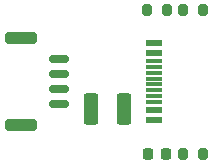
<source format=gtp>
G04 #@! TF.GenerationSoftware,KiCad,Pcbnew,(7.0.0)*
G04 #@! TF.CreationDate,2023-03-15T02:55:48+08:00*
G04 #@! TF.ProjectId,USB_C_Breakout_GH1.25_4Pin,5553425f-435f-4427-9265-616b6f75745f,rev?*
G04 #@! TF.SameCoordinates,Original*
G04 #@! TF.FileFunction,Paste,Top*
G04 #@! TF.FilePolarity,Positive*
%FSLAX46Y46*%
G04 Gerber Fmt 4.6, Leading zero omitted, Abs format (unit mm)*
G04 Created by KiCad (PCBNEW (7.0.0)) date 2023-03-15 02:55:48*
%MOMM*%
%LPD*%
G01*
G04 APERTURE LIST*
G04 Aperture macros list*
%AMRoundRect*
0 Rectangle with rounded corners*
0 $1 Rounding radius*
0 $2 $3 $4 $5 $6 $7 $8 $9 X,Y pos of 4 corners*
0 Add a 4 corners polygon primitive as box body*
4,1,4,$2,$3,$4,$5,$6,$7,$8,$9,$2,$3,0*
0 Add four circle primitives for the rounded corners*
1,1,$1+$1,$2,$3*
1,1,$1+$1,$4,$5*
1,1,$1+$1,$6,$7*
1,1,$1+$1,$8,$9*
0 Add four rect primitives between the rounded corners*
20,1,$1+$1,$2,$3,$4,$5,0*
20,1,$1+$1,$4,$5,$6,$7,0*
20,1,$1+$1,$6,$7,$8,$9,0*
20,1,$1+$1,$8,$9,$2,$3,0*%
G04 Aperture macros list end*
%ADD10RoundRect,0.200000X-0.200000X-0.275000X0.200000X-0.275000X0.200000X0.275000X-0.200000X0.275000X0*%
%ADD11RoundRect,0.150000X-0.700000X0.150000X-0.700000X-0.150000X0.700000X-0.150000X0.700000X0.150000X0*%
%ADD12RoundRect,0.250000X-1.100000X0.250000X-1.100000X-0.250000X1.100000X-0.250000X1.100000X0.250000X0*%
%ADD13R,1.450000X0.600000*%
%ADD14R,1.450000X0.300000*%
%ADD15RoundRect,0.250000X-0.375000X-1.075000X0.375000X-1.075000X0.375000X1.075000X-0.375000X1.075000X0*%
%ADD16RoundRect,0.225000X-0.225000X-0.250000X0.225000X-0.250000X0.225000X0.250000X-0.225000X0.250000X0*%
G04 APERTURE END LIST*
D10*
X127953000Y-82296000D03*
X129603000Y-82296000D03*
X124905000Y-70104000D03*
X126555000Y-70104000D03*
X127953000Y-70104000D03*
X129603000Y-70104000D03*
D11*
X117420000Y-74325000D03*
X117420000Y-75575000D03*
X117420000Y-76825000D03*
X117420000Y-78075000D03*
D12*
X114220000Y-79925000D03*
X114220000Y-72475000D03*
D13*
X125494999Y-79449999D03*
X125494999Y-78649999D03*
D14*
X125494999Y-77449999D03*
X125494999Y-76449999D03*
X125494999Y-75949999D03*
X125494999Y-74949999D03*
D13*
X125494999Y-73749999D03*
X125494999Y-72949999D03*
X125494999Y-72949999D03*
X125494999Y-73749999D03*
D14*
X125494999Y-74449999D03*
X125494999Y-75449999D03*
X125494999Y-76949999D03*
X125494999Y-77949999D03*
D13*
X125494999Y-78649999D03*
X125494999Y-79449999D03*
D15*
X120139000Y-78486000D03*
X122939000Y-78486000D03*
D16*
X124955000Y-82296000D03*
X126505000Y-82296000D03*
M02*

</source>
